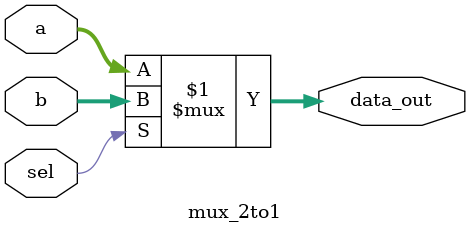
<source format=v>
`timescale 1ns / 1ps



module mux_2to1 #(parameter WIDTH = 32)(

input wire [WIDTH - 1 : 0] a,
input wire [WIDTH - 1 : 0] b,
input wire  sel,

output wire [WIDTH - 1 : 0] data_out
    );
    
 assign data_out = (sel)?  b : a;     
 
endmodule

</source>
